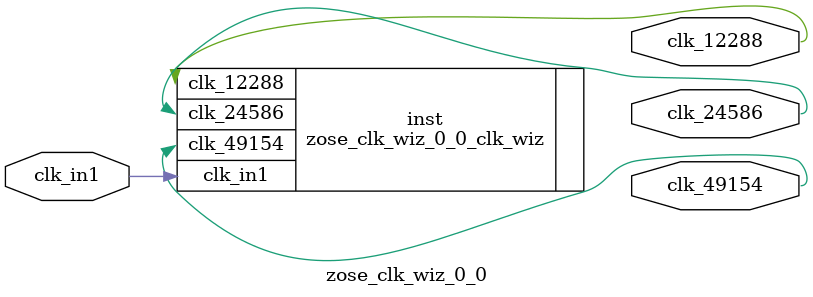
<source format=v>


`timescale 1ps/1ps

(* CORE_GENERATION_INFO = "zose_clk_wiz_0_0,clk_wiz_v6_0_0_0,{component_name=zose_clk_wiz_0_0,use_phase_alignment=true,use_min_o_jitter=true,use_max_i_jitter=false,use_dyn_phase_shift=false,use_inclk_switchover=false,use_dyn_reconfig=false,enable_axi=0,feedback_source=FDBK_AUTO,PRIMITIVE=MMCM,num_out_clk=3,clkin1_period=10.000,clkin2_period=10.000,use_power_down=false,use_reset=false,use_locked=false,use_inclk_stopped=false,feedback_type=SINGLE,CLOCK_MGR_TYPE=NA,manual_override=false}" *)

module zose_clk_wiz_0_0 
 (
  // Clock out ports
  output        clk_24586,
  output        clk_12288,
  output        clk_49154,
 // Clock in ports
  input         clk_in1
 );

  zose_clk_wiz_0_0_clk_wiz inst
  (
  // Clock out ports  
  .clk_24586(clk_24586),
  .clk_12288(clk_12288),
  .clk_49154(clk_49154),
 // Clock in ports
  .clk_in1(clk_in1)
  );

endmodule

</source>
